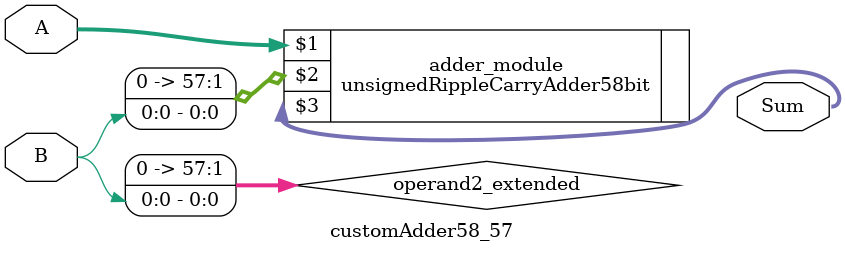
<source format=v>
module customAdder58_57(
                        input [57 : 0] A,
                        input [0 : 0] B,
                        
                        output [58 : 0] Sum
                );

        wire [57 : 0] operand2_extended;
        
        assign operand2_extended =  {57'b0, B};
        
        unsignedRippleCarryAdder58bit adder_module(
            A,
            operand2_extended,
            Sum
        );
        
        endmodule
        
</source>
